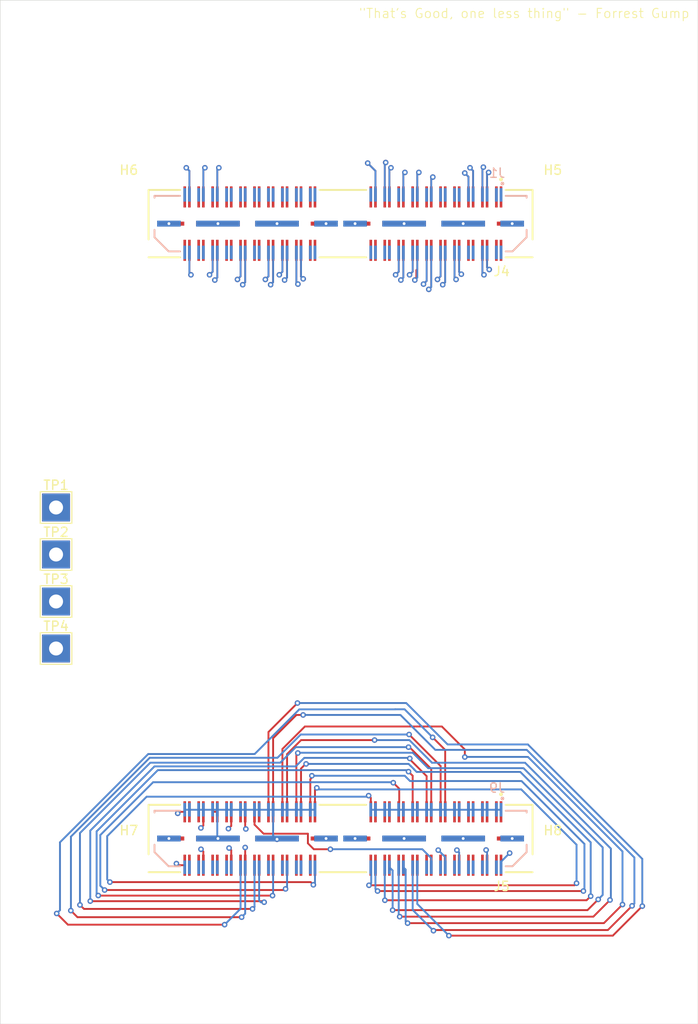
<source format=kicad_pcb>
(kicad_pcb (version 20241229) (generator "pcbnew") (generator_version "9.0")
  (layers (0 "F.Cu" signal) (4 "In1.Cu" signal) (6 "In2.Cu" signal) (2 "B.Cu" signal) (13 "F.Paste" user) (15 "B.Paste" user) (5 "F.SilkS" user "F.Silkscreen") (7 "B.SilkS" user "B.Silkscreen") (1 "F.Mask" user) (3 "B.Mask" user) (25 "Edge.Cuts" user))
  (net 0 "")
  (net 1 "P5_ReadClk")
  (net 4 "POCI")
  (net 5 "ADC6_Out+")
  (net 6 "SPIclk")
  (net 7 "ADC4_Out+")
  (net 8 "P5_rst")
  (net 10 "ADC3_Out-")
  (net 14 "Psec5TriggerIn")
  (net 15 "Psec5TriggerOut")
  (net 17 "READBIAS1")
  (net 18 "ADC8_Out+")
  (net 19 "WBUFBIAS")
  (net 20 "Disc_Thresh4")
  (net 21 "Disc_Thresh8")
  (net 23 "ADC7_Out-")
  (net 24 "ADC7_Out+")
  (net 25 "ADC2_Out-")
  (net 27 "ADC5_Out-")
  (net 30 "Disc_Thresh2")
  (net 38 "ADC1_Out+")
  (net 39 "Disc_Thresh7")
  (net 42 "ADC6_Out-")
  (net 44 "ADC5_Out+")
  (net 45 "ADC8_Out-")
  (net 46 "DISCBIAS")
  (net 48 "Disc_Thresh3")
  (net 52 "ADC1_Out-")
  (net 54 "READBIAS2")
  (net 56 "ADC2_Out+")
  (net 57 "ADC3_Out+")
  (net 58 "Disc_Thresh1")
  (net 59 "PICO")
  (net 60 "ADC4_Out-")
  (net 62 "Disc_Thresh6")
  (net 63 "PSEC5_CLK_OUT")
  (net 64 "Disc_Thresh5")
  (net 98 "3V3_DUT")
  (net 100 "V_ped6")
  (net 101 "2V5_DUT")
  (net 105 "1V8_DUT")
  (net 107 "V_ped7")
  (net 115 "ADC_CNV")
  (net 120 "1V2_DUT")
  (net 123 "V_ped3")
  (net 124 "V_ped8")
  (net 125 "CLK_OUT")
  (net 127 "V_ped5")
  (net 135 "ADC_SDI")
  (net 139 "ADC_SCK")
  (net 145 "DAC_SCLK")
  (net 148 "V_ped4")
  (net 151 "SYNC_N")
  (net 152 "DAC_V_IN")
  (net 154 "ADC_SDO")
  (net 155 "V_ped1")
  (net 178 "GND")
  (net 207 "V_ped2")
  (footprint "QSH-040-01-X-D-DP-A:SAMTEC_QSH-040-01-X-D-DP-A" (layer "F.Cu") (at 146.5834 115.065 180)
    (property "Reference" "J5")
    (property "Value" "QSH-040-01-X-D-DP-A")
  )
  (footprint "TestPoint:TestPoint_THTPad_3.0x3.0mm_Drill1.5mm" (layer "F.Cu") (at 116 89.6)
    (property "Reference" "TP3")
    (property "Value" "2.5V")
  )
  (footprint "MountingHole:MountingHole_2.1mm" (layer "F.Cu") (at 169.4 46.45)
    (property "Reference" "H5")
    (property "Value" "MountingHole")
  )
  (footprint "MountingHole:MountingHole_2.1mm" (layer "F.Cu") (at 169.4 117.4)
    (property "Reference" "H8")
    (property "Value" "MountingHole")
  )
  (footprint "MountingHole:MountingHole_2.1mm" (layer "F.Cu") (at 123.825 117.4)
    (property "Reference" "H7")
    (property "Value" "MountingHole")
  )
  (footprint "TestPoint:TestPoint_THTPad_3.0x3.0mm_Drill1.5mm" (layer "F.Cu") (at 116 94.65)
    (property "Reference" "TP4")
    (property "Value" "3.3V")
  )
  (footprint "TestPoint:TestPoint_THTPad_3.0x3.0mm_Drill1.5mm" (layer "F.Cu") (at 116 84.55)
    (property "Reference" "TP2")
    (property "Value" "1.8V")
  )
  (footprint "TestPoint:TestPoint_THTPad_3.0x3.0mm_Drill1.5mm" (layer "F.Cu") (at 116 79.5)
    (property "Reference" "TP1")
    (property "Value" "1.2V")
  )
  (footprint "QSH-040-01-X-D-DP-A:SAMTEC_QSH-040-01-X-D-DP-A" (layer "F.Cu") (at 146.5834 49.002139 180)
    (property "Reference" "J4")
    (property "Value" "QSH-040-01-X-D-DP-A")
  )
  (footprint "MountingHole:MountingHole_2.1mm" (layer "F.Cu") (at 123.825 46.45)
    (property "Reference" "H6")
    (property "Value" "MountingHole")
  )
  (footprint "QTH-040-01-X-D-DP-A:SAMTEC_QTH-040-01-X-D-DP-A" (layer "B.Cu") (at 146.5834 115.065 180)
    (property "Reference" "J9")
    (property "Value" "QTH-040-01-X-D-DP-A")
  )
  (footprint "QTH-040-01-X-D-DP-A:SAMTEC_QTH-040-01-X-D-DP-A" (layer "B.Cu") (at 146.5834 49.002139 180)
    (property "Reference" "J1")
    (property "Value" "QTH-040-01-X-D-DP-A")
  )
  (gr_rect (start 110 25) (end 185 135) (stroke (width 0.05)) (fill no) (layer "Edge.Cuts"))
  (gr_text "{dblquote}That's Good, one less thing{dblquote} - Forrest Gump" (at 148.5 27 0) (layer "F.SilkS") (effects (font (size 1 1) (thickness 0.1)) (justify left bottom)))
  (segment (start 140.3334 54.1666) (end 140 54.5) (width 0.2) (layer "F.Cu") (net 1))
  (segment (start 140.3334 51.872139) (end 140.3334 54.1666) (width 0.2) (layer "F.Cu") (net 1))
  (via (at 140 54.5) (size 0.6) (drill 0.3) (layers "F.Cu" "B.Cu") (net 1))
  (segment (start 140 54.5) (end 140.3334 54.1666) (width 0.2) (layer "B.Cu") (net 1))
  (segment (start 140.3334 54.1666) (end 140.3334 52.092139) (width 0.2) (layer "B.Cu") (net 1))
  (segment (start 154.8334 53.9015) (end 154.8334 51.872139) (width 0.2) (layer "F.Cu") (net 4))
  (segment (start 154.565687 55.065687) (end 154.7344 54.896974) (width 0.2) (layer "F.Cu") (net 4))
  (segment (start 154.7344 54.0005) (end 154.8334 53.9015) (width 0.2) (layer "F.Cu") (net 4))
  (segment (start 154.7344 54.896974) (end 154.7344 54.0005) (width 0.2) (layer "F.Cu") (net 4))
  (via (at 154.565687 55.065687) (size 0.6) (drill 0.3) (layers "F.Cu" "B.Cu") (net 4))
  (segment (start 154.8334 54.797974) (end 154.565687 55.065687) (width 0.2) (layer "B.Cu") (net 4))
  (segment (start 154.8334 52.092139) (end 154.8334 54.797974) (width 0.2) (layer "B.Cu") (net 4))
  (segment (start 139.3334 51.872139) (end 139.3334 55.297974) (width 0.2) (layer "F.Cu") (net 5))
  (segment (start 139.3334 55.297974) (end 139.065687 55.565687) (width 0.2) (layer "F.Cu") (net 5))
  (via (at 139.065687 55.565687) (size 0.6) (drill 0.3) (layers "F.Cu" "B.Cu") (net 5))
  (segment (start 139.3334 55.297974) (end 139.3334 52.092139) (width 0.2) (layer "B.Cu") (net 5))
  (segment (start 139.065687 55.565687) (end 139.3334 55.297974) (width 0.2) (layer "B.Cu") (net 5))
  (segment (start 157.8334 55.297974) (end 157.8334 51.872139) (width 0.2) (layer "F.Cu") (net 6))
  (segment (start 157.565687 55.565687) (end 157.8334 55.297974) (width 0.2) (layer "F.Cu") (net 6))
  (via (at 157.565687 55.565687) (size 0.6) (drill 0.3) (layers "F.Cu" "B.Cu") (net 6))
  (segment (start 157.8334 52.092139) (end 157.8334 55.297974) (width 0.2) (layer "B.Cu") (net 6))
  (segment (start 157.8334 55.297974) (end 157.565687 55.565687) (width 0.2) (layer "B.Cu") (net 6))
  (segment (start 153.065687 55.065687) (end 153.3334 54.797974) (width 0.2) (layer "F.Cu") (net 7))
  (segment (start 153.3334 54.797974) (end 153.3334 51.872139) (width 0.2) (layer "F.Cu") (net 7))
  (via (at 153.065687 55.065687) (size 0.6) (drill 0.3) (layers "F.Cu" "B.Cu") (net 7))
  (segment (start 153.3334 52.092139) (end 153.3334 54.797974) (width 0.2) (layer "B.Cu") (net 7))
  (segment (start 153.3334 54.797974) (end 153.065687 55.065687) (width 0.2) (layer "B.Cu") (net 7))
  (segment (start 157 55) (end 157.3334 54.6666) (width 0.2) (layer "F.Cu") (net 8))
  (segment (start 157.3334 54.6666) (end 157.3334 51.872139) (width 0.2) (layer "F.Cu") (net 8))
  (via (at 157 55) (size 0.6) (drill 0.3) (layers "F.Cu" "B.Cu") (net 8))
  (segment (start 157.3334 54.6666) (end 157 55) (width 0.2) (layer "B.Cu") (net 8))
  (segment (start 157.3334 52.092139) (end 157.3334 54.6666) (width 0.2) (layer "B.Cu") (net 8))
  (segment (start 155.5 55.5) (end 155.8334 55.1666) (width 0.2) (layer "F.Cu") (net 10))
  (segment (start 155.8334 55.1666) (end 155.8334 51.872139) (width 0.2) (layer "F.Cu") (net 10))
  (via (at 155.5 55.5) (size 0.6) (drill 0.3) (layers "F.Cu" "B.Cu") (net 10))
  (segment (start 155.8334 52.092139) (end 155.8334 55.1666) (width 0.2) (layer "B.Cu") (net 10))
  (segment (start 155.8334 55.1666) (end 155.5 55.5) (width 0.2) (layer "B.Cu") (net 10))
  (segment (start 130.3334 54.3334) (end 130.5 54.5) (width 0.2) (layer "F.Cu") (net 14))
  (segment (start 130.3334 51.872139) (end 130.3334 54.3334) (width 0.2) (layer "F.Cu") (net 14))
  (via (at 130.5 54.5) (size 0.6) (drill 0.3) (layers "F.Cu" "B.Cu") (net 14))
  (segment (start 130.3334 54.3334) (end 130.3334 52.092139) (width 0.2) (layer "B.Cu") (net 14))
  (segment (start 130.5 54.5) (end 130.3334 54.3334) (width 0.2) (layer "B.Cu") (net 14))
  (segment (start 140.565687 55.065687) (end 140.8334 54.797974) (width 0.2) (layer "F.Cu") (net 15))
  (segment (start 140.8334 54.797974) (end 140.8334 51.872139) (width 0.2) (layer "F.Cu") (net 15))
  (via (at 140.565687 55.065687) (size 0.6) (drill 0.3) (layers "F.Cu" "B.Cu") (net 15))
  (segment (start 140.8334 54.797974) (end 140.565687 55.065687) (width 0.2) (layer "B.Cu") (net 15))
  (segment (start 140.8334 52.092139) (end 140.8334 54.797974) (width 0.2) (layer "B.Cu") (net 15))
  (segment (start 161.934313 42.934313) (end 161.8334 43.035226) (width 0.2) (layer "F.Cu") (net 17))
  (segment (start 161.8334 43.035226) (end 161.8334 46.132139) (width 0.2) (layer "F.Cu") (net 17))
  (via (at 161.934313 42.934313) (size 0.6) (drill 0.3) (layers "F.Cu" "B.Cu") (net 17))
  (segment (start 161.8334 43.035226) (end 161.934313 42.934313) (width 0.2) (layer "B.Cu") (net 17))
  (segment (start 161.8334 45.912139) (end 161.8334 43.035226) (width 0.2) (layer "B.Cu") (net 17))
  (segment (start 133.3334 54.797974) (end 133.065687 55.065687) (width 0.2) (layer "F.Cu") (net 18))
  (segment (start 133.3334 51.872139) (end 133.3334 54.797974) (width 0.2) (layer "F.Cu") (net 18))
  (via (at 133.065687 55.065687) (size 0.6) (drill 0.3) (layers "F.Cu" "B.Cu") (net 18))
  (segment (start 133.065687 55.065687) (end 133.3334 54.797974) (width 0.2) (layer "B.Cu") (net 18))
  (segment (start 133.3334 54.797974) (end 133.3334 52.092139) (width 0.2) (layer "B.Cu") (net 18))
  (segment (start 160.3334 43.964774) (end 160.3334 46.132139) (width 0.2) (layer "F.Cu") (net 19))
  (segment (start 159.934313 43.565687) (end 160.3334 43.964774) (width 0.2) (layer "F.Cu") (net 19))
  (via (at 159.934313 43.565687) (size 0.6) (drill 0.3) (layers "F.Cu" "B.Cu") (net 19))
  (segment (start 160.3334 43.964774) (end 159.934313 43.565687) (width 0.2) (layer "B.Cu") (net 19))
  (segment (start 160.3334 45.912139) (end 160.3334 43.964774) (width 0.2) (layer "B.Cu") (net 19))
  (segment (start 152 43) (end 151.8334 43.1666) (width 0.2) (layer "F.Cu") (net 20))
  (segment (start 151.8334 43.1666) (end 151.8334 46.132139) (width 0.2) (layer "F.Cu") (net 20))
  (via (at 152 43) (size 0.6) (drill 0.3) (layers "F.Cu" "B.Cu") (net 20))
  (segment (start 151.8334 45.912139) (end 151.8334 43.1666) (width 0.2) (layer "B.Cu") (net 20))
  (segment (start 151.8334 43.1666) (end 152 43) (width 0.2) (layer "B.Cu") (net 20))
  (segment (start 130.3334 43.3334) (end 130.3334 46.132139) (width 0.2) (layer "F.Cu") (net 21))
  (segment (start 130 43) (end 130.3334 43.3334) (width 0.2) (layer "F.Cu") (net 21))
  (via (at 130 43) (size 0.6) (drill 0.3) (layers "F.Cu" "B.Cu") (net 21))
  (segment (start 130.3334 45.912139) (end 130.3334 43.3334) (width 0.2) (layer "B.Cu") (net 21))
  (segment (start 130.3334 43.3334) (end 130 43) (width 0.2) (layer "B.Cu") (net 21))
  (segment (start 135.8334 54.6666) (end 135.5 55) (width 0.2) (layer "F.Cu") (net 23))
  (segment (start 135.8334 51.872139) (end 135.8334 54.6666) (width 0.2) (layer "F.Cu") (net 23))
  (via (at 135.5 55) (size 0.6) (drill 0.3) (layers "F.Cu" "B.Cu") (net 23))
  (segment (start 135.5 55) (end 135.8334 54.6666) (width 0.2) (layer "B.Cu") (net 23))
  (segment (start 135.8334 54.6666) (end 135.8334 52.092139) (width 0.2) (layer "B.Cu") (net 23))
  (segment (start 136.3334 51.872139) (end 136.3334 55.297974) (width 0.2) (layer "F.Cu") (net 24))
  (segment (start 136.3334 55.297974) (end 136.065687 55.565687) (width 0.2) (layer "F.Cu") (net 24))
  (via (at 136.065687 55.565687) (size 0.6) (drill 0.3) (layers "F.Cu" "B.Cu") (net 24))
  (segment (start 136.3334 55.297974) (end 136.3334 52.092139) (width 0.2) (layer "B.Cu") (net 24))
  (segment (start 136.065687 55.565687) (end 136.3334 55.297974) (width 0.2) (layer "B.Cu") (net 24))
  (segment (start 158.8334 54.8334) (end 159 55) (width 0.2) (layer "F.Cu") (net 25))
  (segment (start 158.8334 51.872139) (end 158.8334 54.8334) (width 0.2) (layer "F.Cu") (net 25))
  (via (at 159 55) (size 0.6) (drill 0.3) (layers "F.Cu" "B.Cu") (net 25))
  (segment (start 159 55) (end 158.8334 54.8334) (width 0.2) (layer "B.Cu") (net 25))
  (segment (start 158.8334 54.8334) (end 158.8334 52.092139) (width 0.2) (layer "B.Cu") (net 25))
  (segment (start 142 55.5) (end 141.8334 55.3334) (width 0.2) (layer "F.Cu") (net 27))
  (segment (start 141.8334 55.3334) (end 141.8334 51.872139) (width 0.2) (layer "F.Cu") (net 27))
  (via (at 142 55.5) (size 0.6) (drill 0.3) (layers "F.Cu" "B.Cu") (net 27))
  (segment (start 141.8334 55.3334) (end 142 55.5) (width 0.2) (layer "B.Cu") (net 27))
  (segment (start 141.8334 52.092139) (end 141.8334 55.3334) (width 0.2) (layer "B.Cu") (net 27))
  (segment (start 154.8334 43.6666) (end 154.8334 46.132139) (width 0.2) (layer "F.Cu") (net 30))
  (segment (start 155 43.5) (end 154.8334 43.6666) (width 0.2) (layer "F.Cu") (net 30))
  (via (at 155 43.5) (size 0.6) (drill 0.3) (layers "F.Cu" "B.Cu") (net 30))
  (segment (start 154.8334 43.6666) (end 155 43.5) (width 0.2) (layer "B.Cu") (net 30))
  (segment (start 154.8334 45.912139) (end 154.8334 43.6666) (width 0.2) (layer "B.Cu") (net 30))
  (segment (start 162.565687 53.934313) (end 162.3334 53.702026) (width 0.2) (layer "F.Cu") (net 38))
  (segment (start 162.3334 53.702026) (end 162.3334 51.872139) (width 0.2) (layer "F.Cu") (net 38))
  (via (at 162.565687 53.934313) (size 0.6) (drill 0.3) (layers "F.Cu" "B.Cu") (net 38))
  (segment (start 162.3334 53.702026) (end 162.565687 53.934313) (width 0.2) (layer "B.Cu") (net 38))
  (segment (start 162.3334 52.092139) (end 162.3334 53.702026) (width 0.2) (layer "B.Cu") (net 38))
  (segment (start 132 43) (end 131.8334 43.1666) (width 0.2) (layer "F.Cu") (net 39))
  (segment (start 131.8334 43.1666) (end 131.8334 46.132139) (width 0.2) (layer "F.Cu") (net 39))
  (via (at 132 43) (size 0.6) (drill 0.3) (layers "F.Cu" "B.Cu") (net 39))
  (segment (start 131.8334 43.1666) (end 132 43) (width 0.2) (layer "B.Cu") (net 39))
  (segment (start 131.8334 45.912139) (end 131.8334 43.1666) (width 0.2) (layer "B.Cu") (net 39))
  (segment (start 138.8334 54.6666) (end 138.5 55) (width 0.2) (layer "F.Cu") (net 42))
  (segment (start 138.8334 51.872139) (end 138.8334 54.6666) (width 0.2) (layer "F.Cu") (net 42))
  (via (at 138.5 55) (size 0.6) (drill 0.3) (layers "F.Cu" "B.Cu") (net 42))
  (segment (start 138.8334 54.6666) (end 138.8334 52.092139) (width 0.2) (layer "B.Cu") (net 42))
  (segment (start 138.5 55) (end 138.8334 54.6666) (width 0.2) (layer "B.Cu") (net 42))
  (segment (start 142.3334 54.702026) (end 142.3334 51.872139) (width 0.2) (layer "F.Cu") (net 44))
  (segment (start 142.565687 54.934313) (end 142.3334 54.702026) (width 0.2) (layer "F.Cu") (net 44))
  (via (at 142.565687 54.934313) (size 0.6) (drill 0.3) (layers "F.Cu" "B.Cu") (net 44))
  (segment (start 142.3334 52.092139) (end 142.3334 54.702026) (width 0.2) (layer "B.Cu") (net 44))
  (segment (start 142.3334 54.702026) (end 142.565687 54.934313) (width 0.2) (layer "B.Cu") (net 44))
  (segment (start 132.8334 54.1666) (end 132.5 54.5) (width 0.2) (layer "F.Cu") (net 45))
  (segment (start 132.8334 51.872139) (end 132.8334 54.1666) (width 0.2) (layer "F.Cu") (net 45))
  (via (at 132.5 54.5) (size 0.6) (drill 0.3) (layers "F.Cu" "B.Cu") (net 45))
  (segment (start 132.5 54.5) (end 132.8334 54.1666) (width 0.2) (layer "B.Cu") (net 45))
  (segment (start 132.8334 54.1666) (end 132.8334 52.092139) (width 0.2) (layer "B.Cu") (net 45))
  (segment (start 160.8334 43.3334) (end 160.8334 46.132139) (width 0.2) (layer "F.Cu") (net 46))
  (segment (start 160.5 43) (end 160.8334 43.3334) (width 0.2) (layer "F.Cu") (net 46))
  (via (at 160.5 43) (size 0.6) (drill 0.3) (layers "F.Cu" "B.Cu") (net 46))
  (segment (start 160.8334 43.3334) (end 160.5 43) (width 0.2) (layer "B.Cu") (net 46))
  (segment (start 160.8334 45.912139) (end 160.8334 43.3334) (width 0.2) (layer "B.Cu") (net 46))
  (segment (start 153.5 43.5) (end 153.3334 43.6666) (width 0.2) (layer "F.Cu") (net 48))
  (segment (start 153.3334 43.6666) (end 153.3334 46.132139) (width 0.2) (layer "F.Cu") (net 48))
  (via (at 153.5 43.5) (size 0.6) (drill 0.3) (layers "F.Cu" "B.Cu") (net 48))
  (segment (start 153.3334 45.912139) (end 153.3334 43.6666) (width 0.2) (layer "B.Cu") (net 48))
  (segment (start 153.3334 43.6666) (end 153.5 43.5) (width 0.2) (layer "B.Cu") (net 48))
  (segment (start 161.8334 54.3334) (end 161.8334 51.872139) (width 0.2) (layer "F.Cu") (net 52))
  (segment (start 162 54.5) (end 161.8334 54.3334) (width 0.2) (layer "F.Cu") (net 52))
  (via (at 162 54.5) (size 0.6) (drill 0.3) (layers "F.Cu" "B.Cu") (net 52))
  (segment (start 161.8334 54.3334) (end 162 54.5) (width 0.2) (layer "B.Cu") (net 52))
  (segment (start 161.8334 52.092139) (end 161.8334 54.3334) (width 0.2) (layer "B.Cu") (net 52))
  (segment (start 162.3334 43.6666) (end 162.3334 46.132139) (width 0.2) (layer "F.Cu") (net 54))
  (segment (start 162.5 43.5) (end 162.3334 43.6666) (width 0.2) (layer "F.Cu") (net 54))
  (via (at 162.5 43.5) (size 0.6) (drill 0.3) (layers "F.Cu" "B.Cu") (net 54))
  (segment (start 162.3334 43.6666) (end 162.5 43.5) (width 0.2) (layer "B.Cu") (net 54))
  (segment (start 162.3334 45.912139) (end 162.3334 43.6666) (width 0.2) (layer "B.Cu") (net 54))
  (segment (start 159.3334 54.202026) (end 159.3334 51.872139) (width 0.2) (layer "F.Cu") (net 56))
  (segment (start 159.565687 54.434313) (end 159.3334 54.202026) (width 0.2) (layer "F.Cu") (net 56))
  (via (at 159.565687 54.434313) (size 0.6) (drill 0.3) (layers "F.Cu" "B.Cu") (net 56))
  (segment (start 159.3334 54.202026) (end 159.565687 54.434313) (width 0.2) (layer "B.Cu") (net 56))
  (segment (start 159.3334 52.092139) (end 159.3334 54.202026) (width 0.2) (layer "B.Cu") (net 56))
  (segment (start 156.3334 55.797974) (end 156.3334 51.872139) (width 0.2) (layer "F.Cu") (net 57))
  (segment (start 156.065687 56.065687) (end 156.3334 55.797974) (width 0.2) (layer "F.Cu") (net 57))
  (via (at 156.065687 56.065687) (size 0.6) (drill 0.3) (layers "F.Cu" "B.Cu") (net 57))
  (segment (start 156.3334 55.797974) (end 156.065687 56.065687) (width 0.2) (layer "B.Cu") (net 57))
  (segment (start 156.3334 52.092139) (end 156.3334 55.797974) (width 0.2) (layer "B.Cu") (net 57))
  (segment (start 156.5 44) (end 156.3334 44.1666) (width 0.2) (layer "F.Cu") (net 58))
  (segment (start 156.3334 44.1666) (end 156.3334 46.132139) (width 0.2) (layer "F.Cu") (net 58))
  (via (at 156.5 44) (size 0.6) (drill 0.3) (layers "F.Cu" "B.Cu") (net 58))
  (segment (start 156.3334 45.912139) (end 156.3334 44.1666) (width 0.2) (layer "B.Cu") (net 58))
  (segment (start 156.3334 44.1666) (end 156.5 44) (width 0.2) (layer "B.Cu") (net 58))
  (segment (start 154.3334 54.1666) (end 154.3334 51.872139) (width 0.2) (layer "F.Cu") (net 59))
  (segment (start 154 54.5) (end 154.3334 54.1666) (width 0.2) (layer "F.Cu") (net 59))
  (via (at 154 54.5) (size 0.6) (drill 0.3) (layers "F.Cu" "B.Cu") (net 59))
  (segment (start 154.3334 54.1666) (end 154 54.5) (width 0.2) (layer "B.Cu") (net 59))
  (segment (start 154.3334 52.092139) (end 154.3334 54.1666) (width 0.2) (layer "B.Cu") (net 59))
  (segment (start 152.5 54.5) (end 152.8334 54.1666) (width 0.2) (layer "F.Cu") (net 60))
  (segment (start 152.8334 54.1666) (end 152.8334 51.872139) (width 0.2) (layer "F.Cu") (net 60))
  (via (at 152.5 54.5) (size 0.6) (drill 0.3) (layers "F.Cu" "B.Cu") (net 60))
  (segment (start 152.8334 52.092139) (end 152.8334 54.1666) (width 0.2) (layer "B.Cu") (net 60))
  (segment (start 152.8334 54.1666) (end 152.5 54.5) (width 0.2) (layer "B.Cu") (net 60))
  (segment (start 133.5 43) (end 133.3334 43.1666) (width 0.2) (layer "F.Cu") (net 62))
  (segment (start 133.3334 43.1666) (end 133.3334 46.132139) (width 0.2) (layer "F.Cu") (net 62))
  (via (at 133.5 43) (size 0.6) (drill 0.3) (layers "F.Cu" "B.Cu") (net 62))
  (segment (start 133.3334 43.1666) (end 133.5 43) (width 0.2) (layer "B.Cu") (net 62))
  (segment (start 133.3334 45.912139) (end 133.3334 43.1666) (width 0.2) (layer "B.Cu") (net 62))
  (segment (start 151.434313 42.434313) (end 151.3334 42.535226) (width 0.2) (layer "F.Cu") (net 63))
  (segment (start 151.3334 42.535226) (end 151.3334 46.132139) (width 0.2) (layer "F.Cu") (net 63))
  (via (at 151.434313 42.434313) (size 0.6) (drill 0.3) (layers "F.Cu" "B.Cu") (net 63))
  (segment (start 151.3334 42.535226) (end 151.434313 42.434313) (width 0.2) (layer "B.Cu") (net 63))
  (segment (start 151.3334 45.912139) (end 151.3334 42.535226) (width 0.2) (layer "B.Cu") (net 63))
  (segment (start 150.3334 43.3334) (end 150.3334 46.132139) (width 0.2) (layer "F.Cu") (net 64))
  (segment (start 149.5 42.5) (end 150.3334 43.3334) (width 0.2) (layer "F.Cu") (net 64))
  (via (at 149.5 42.5) (size 0.6) (drill 0.3) (layers "F.Cu" "B.Cu") (net 64))
  (segment (start 150.3334 45.912139) (end 150.3334 43.3334) (width 0.2) (layer "B.Cu") (net 64))
  (segment (start 150.3334 43.3334) (end 149.5 42.5) (width 0.2) (layer "B.Cu") (net 64))
  (segment (start 131.8334 112.195) (end 131.8334 113.6666) (width 0.2) (layer "F.Cu") (net 98))
  (segment (start 131.8334 113.6666) (end 131.57 113.93) (width 0.2) (layer "F.Cu") (net 98))
  (segment (start 131.8334 117.935) (end 131.8334 116.4734) (width 0.2) (layer "F.Cu") (net 98))
  (segment (start 131.8334 116.4734) (end 131.58 116.22) (width 0.2) (layer "F.Cu") (net 98))
  (via (at 131.57 113.93) (size 0.6) (drill 0.3) (layers "F.Cu" "B.Cu") (net 98))
  (via (at 131.58 116.22) (size 0.6) (drill 0.3) (layers "F.Cu" "B.Cu") (net 98))
  (via (at 162.23 116.3) (size 0.6) (drill 0.3) (layers "F.Cu" "B.Cu") (net 98))
  (segment (start 162.3334 118.155) (end 162.3334 116.4034) (width 0.2) (layer "B.Cu") (net 98))
  (segment (start 162.3334 116.4034) (end 162.23 116.3) (width 0.2) (layer "B.Cu") (net 98))
  (segment (start 157.47 103.03) (end 159.94 105.5) (width 0.2) (layer "F.Cu") (net 100))
  (segment (start 174.89 124.16) (end 176.89 122.16) (width 0.2) (layer "F.Cu") (net 100))
  (segment (start 140.3334 112.195) (end 140.3334 105.4466) (width 0.2) (layer "F.Cu") (net 100))
  (segment (start 153.79 124.16) (end 174.89 124.16) (width 0.2) (layer "F.Cu") (net 100))
  (segment (start 142.75 103.03) (end 157.47 103.03) (width 0.2) (layer "F.Cu") (net 100))
  (segment (start 140.3334 105.4466) (end 142.75 103.03) (width 0.2) (layer "F.Cu") (net 100))
  (segment (start 159.94 105.5) (end 159.94 106.31) (width 0.2) (layer "F.Cu") (net 100))
  (via (at 176.89 122.16) (size 0.6) (drill 0.3) (layers "F.Cu" "B.Cu") (net 100))
  (via (at 159.94 106.31) (size 0.6) (drill 0.3) (layers "F.Cu" "B.Cu") (net 100))
  (via (at 153.79 124.16) (size 0.6) (drill 0.3) (layers "F.Cu" "B.Cu") (net 100))
  (segment (start 153.3334 118.155) (end 153.58 118.4016) (width 0.2) (layer "B.Cu") (net 100))
  (segment (start 153.58 123.95) (end 153.79 124.16) (width 0.2) (layer "B.Cu") (net 100))
  (segment (start 159.94 106.31) (end 159.951 106.299) (width 0.2) (layer "B.Cu") (net 100))
  (segment (start 176.89 116.46) (end 176.89 122.16) (width 0.2) (layer "B.Cu") (net 100))
  (segment (start 159.951 106.299) (end 166.729 106.299) (width 0.2) (layer "B.Cu") (net 100))
  (segment (start 153.58 118.4016) (end 153.58 123.95) (width 0.2) (layer "B.Cu") (net 100))
  (segment (start 166.729 106.299) (end 176.89 116.46) (width 0.2) (layer "B.Cu") (net 100))
  (segment (start 136.3334 116.0334) (end 136.33 116.03) (width 0.2) (layer "F.Cu") (net 101))
  (segment (start 136.3334 112.195) (end 136.3334 113.9734) (width 0.2) (layer "F.Cu") (net 101))
  (segment (start 136.3334 113.9734) (end 136.4 114.04) (width 0.2) (layer "F.Cu") (net 101))
  (segment (start 136.3334 117.935) (end 136.3334 116.0334) (width 0.2) (layer "F.Cu") (net 101))
  (via (at 157.083745 116.312171) (size 0.6) (drill 0.3) (layers "F.Cu" "B.Cu") (net 101))
  (via (at 136.33 116.03) (size 0.6) (drill 0.3) (layers "F.Cu" "B.Cu") (net 101))
  (via (at 136.4 114.04) (size 0.6) (drill 0.3) (layers "F.Cu" "B.Cu") (net 101))
  (segment (start 157.8334 118.155) (end 157.8334 117.061826) (width 0.2) (layer "B.Cu") (net 101))
  (segment (start 157.8334 117.061826) (end 157.083745 116.312171) (width 0.2) (layer "B.Cu") (net 101))
  (segment (start 134.8334 116.3234) (end 134.6 116.09) (width 0.2) (layer "F.Cu") (net 105))
  (segment (start 134.8334 112.195) (end 134.8334 113.7066) (width 0.2) (layer "F.Cu") (net 105))
  (segment (start 134.8334 117.935) (end 134.8334 116.3234) (width 0.2) (layer "F.Cu") (net 105))
  (segment (start 134.8334 113.7066) (end 134.53 114.01) (width 0.2) (layer "F.Cu") (net 105))
  (via (at 134.6 116.09) (size 0.6) (drill 0.3) (layers "F.Cu" "B.Cu") (net 105))
  (via (at 134.53 114.01) (size 0.6) (drill 0.3) (layers "F.Cu" "B.Cu") (net 105))
  (via (at 159.089577 116.310896) (size 0.6) (drill 0.3) (layers "F.Cu" "B.Cu") (net 105))
  (segment (start 159.3334 116.554719) (end 159.089577 116.310896) (width 0.2) (layer "B.Cu") (net 105))
  (segment (start 159.3334 118.155) (end 159.3334 116.554719) (width 0.2) (layer "B.Cu") (net 105))
  (segment (start 156.641 124.899) (end 175.321 124.899) (width 0.2) (layer "F.Cu") (net 107))
  (segment (start 175.321 124.899) (end 177.92 122.3) (width 0.2) (layer "F.Cu") (net 107))
  (segment (start 156.57 124.97) (end 156.641 124.899) (width 0.2) (layer "F.Cu") (net 107))
  (segment (start 139.3334 104.2966) (end 139.3334 112.195) (width 0.2) (layer "F.Cu") (net 107))
  (segment (start 141.84 101.79) (end 139.3334 104.2966) (width 0.2) (layer "F.Cu") (net 107))
  (segment (start 142.56 101.79) (end 141.84 101.79) (width 0.2) (layer "F.Cu") (net 107))
  (via (at 142.56 101.79) (size 0.6) (drill 0.3) (layers "F.Cu" "B.Cu") (net 107))
  (via (at 156.57 124.97) (size 0.6) (drill 0.3) (layers "F.Cu" "B.Cu") (net 107))
  (via (at 177.92 122.3) (size 0.6) (drill 0.3) (layers "F.Cu" "B.Cu") (net 107))
  (segment (start 166.6 105.54) (end 178.17 117.11) (width 0.2) (layer "B.Cu") (net 107))
  (segment (start 154.3334 122.7334) (end 156.57 124.97) (width 0.2) (layer "B.Cu") (net 107))
  (segment (start 156.77 105.54) (end 166.6 105.54) (width 0.2) (layer "B.Cu") (net 107))
  (segment (start 178.17 117.11) (end 178.17 122.05) (width 0.2) (layer "B.Cu") (net 107))
  (segment (start 142.56 101.79) (end 153.02 101.79) (width 0.2) (layer "B.Cu") (net 107))
  (segment (start 154.3334 118.155) (end 154.3334 122.7334) (width 0.2) (layer "B.Cu") (net 107))
  (segment (start 153.02 101.79) (end 156.77 105.54) (width 0.2) (layer "B.Cu") (net 107))
  (segment (start 178.17 122.05) (end 177.92 122.3) (width 0.2) (layer "B.Cu") (net 107))
  (segment (start 121.22 120.6) (end 140.55 120.6) (width 0.2) (layer "F.Cu") (net 115))
  (segment (start 140.55 120.6) (end 140.67 120.48) (width 0.2) (layer "F.Cu") (net 115))
  (segment (start 152.8924 109.7124) (end 152.25 109.07) (width 0.2) (layer "F.Cu") (net 115))
  (segment (start 152.8334 112.195) (end 152.8924 112.136) (width 0.2) (layer "F.Cu") (net 115))
  (segment (start 152.8924 112.136) (end 152.8924 109.7124) (width 0.2) (layer "F.Cu") (net 115))
  (via (at 152.25 109.07) (size 0.6) (drill 0.3) (layers "F.Cu" "B.Cu") (net 115))
  (via (at 121.22 120.6) (size 0.6) (drill 0.3) (layers "F.Cu" "B.Cu") (net 115))
  (via (at 140.67 120.48) (size 0.6) (drill 0.3) (layers "F.Cu" "B.Cu") (net 115))
  (segment (start 152.199 109.019) (end 126.431 109.019) (width 0.2) (layer "B.Cu") (net 115))
  (segment (start 140.8334 118.155) (end 140.8334 120.3166) (width 0.2) (layer "B.Cu") (net 115))
  (segment (start 140.8334 120.3166) (end 140.67 120.48) (width 0.2) (layer "B.Cu") (net 115))
  (segment (start 120.76 120.14) (end 121.22 120.6) (width 0.2) (layer "B.Cu") (net 115))
  (segment (start 152.25 109.07) (end 152.199 109.019) (width 0.2) (layer "B.Cu") (net 115))
  (segment (start 120.76 114.69) (end 120.76 120.14) (width 0.2) (layer "B.Cu") (net 115))
  (segment (start 126.431 109.019) (end 120.76 114.69) (width 0.2) (layer "B.Cu") (net 115))
  (segment (start 129.8334 117.935) (end 129.115 117.935) (width 0.2) (layer "F.Cu") (net 120))
  (segment (start 129.115 117.935) (end 128.94 117.76) (width 0.2) (layer "F.Cu") (net 120))
  (segment (start 129.245 112.195) (end 129.08 112.36) (width 0.2) (layer "F.Cu") (net 120))
  (segment (start 129.8334 112.195) (end 129.245 112.195) (width 0.2) (layer "F.Cu") (net 120))
  (via (at 129.08 112.36) (size 0.6) (drill 0.3) (layers "F.Cu" "B.Cu") (net 120))
  (via (at 164.76 116.63) (size 0.6) (drill 0.3) (layers "F.Cu" "B.Cu") (net 120))
  (via (at 128.94 117.76) (size 0.6) (drill 0.3) (layers "F.Cu" "B.Cu") (net 120))
  (segment (start 163.8334 118.155) (end 163.8334 117.5566) (width 0.2) (layer "B.Cu") (net 120))
  (segment (start 163.8334 117.5566) (end 164.76 116.63) (width 0.2) (layer "B.Cu") (net 120))
  (segment (start 142.83 107.05) (end 142.3334 107.5466) (width 0.2) (layer "F.Cu") (net 123))
  (segment (start 142.88 107.05) (end 142.83 107.05) (width 0.2) (layer "F.Cu") (net 123))
  (segment (start 142.3334 107.5466) (end 142.3334 112.195) (width 0.2) (layer "F.Cu") (net 123))
  (segment (start 173.03 121.7) (end 173.47 121.26) (width 0.2) (layer "F.Cu") (net 123))
  (segment (start 151.35 121.7) (end 173.03 121.7) (width 0.2) (layer "F.Cu") (net 123))
  (via (at 151.35 121.7) (size 0.6) (drill 0.3) (layers "F.Cu" "B.Cu") (net 123))
  (via (at 173.47 121.26) (size 0.6) (drill 0.3) (layers "F.Cu" "B.Cu") (net 123))
  (via (at 142.88 107.05) (size 0.6) (drill 0.3) (layers "F.Cu" "B.Cu") (net 123))
  (segment (start 153.9 107.05) (end 154.129 107.279) (width 0.2) (layer "B.Cu") (net 123))
  (segment (start 154.491 107.631057) (end 154.491 107.641) (width 0.2) (layer "B.Cu") (net 123))
  (segment (start 151.3334 121.6834) (end 151.35 121.7) (width 0.2) (layer "B.Cu") (net 123))
  (segment (start 165.9 107.91) (end 173.47 115.48) (width 0.2) (layer "B.Cu") (net 123))
  (segment (start 154.76 107.91) (end 165.9 107.91) (width 0.2) (layer "B.Cu") (net 123))
  (segment (start 154.138943 107.279) (end 154.491 107.631057) (width 0.2) (layer "B.Cu") (net 123))
  (segment (start 151.3334 118.155) (end 151.3334 121.6834) (width 0.2) (layer "B.Cu") (net 123))
  (segment (start 154.491 107.641) (end 154.76 107.91) (width 0.2) (layer "B.Cu") (net 123))
  (segment (start 154.129 107.279) (end 154.138943 107.279) (width 0.2) (layer "B.Cu") (net 123))
  (segment (start 142.88 107.05) (end 153.9 107.05) (width 0.2) (layer "B.Cu") (net 123))
  (segment (start 173.47 115.48) (end 173.47 121.26) (width 0.2) (layer "B.Cu") (net 123))
  (segment (start 158.23 125.5) (end 175.85 125.5) (width 0.2) (layer "F.Cu") (net 124))
  (segment (start 138.8334 103.6266) (end 138.8334 112.195) (width 0.2) (layer "F.Cu") (net 124))
  (segment (start 141.95 100.51) (end 138.8334 103.6266) (width 0.2) (layer "F.Cu") (net 124))
  (segment (start 175.85 125.5) (end 179.02 122.33) (width 0.2) (layer "F.Cu") (net 124))
  (via (at 179.02 122.33) (size 0.6) (drill 0.3) (layers "F.Cu" "B.Cu") (net 124))
  (via (at 141.95 100.51) (size 0.6) (drill 0.3) (layers "F.Cu" "B.Cu") (net 124))
  (via (at 158.23 125.5) (size 0.6) (drill 0.3) (layers "F.Cu" "B.Cu") (net 124))
  (segment (start 154.8334 118.155) (end 154.8334 122.1034) (width 0.2) (layer "B.Cu") (net 124))
  (segment (start 166.72 104.96) (end 179.02 117.26) (width 0.2) (layer "B.Cu") (net 124))
  (segment (start 179.02 117.26) (end 179.02 122.33) (width 0.2) (layer "B.Cu") (net 124))
  (segment (start 158.09 104.96) (end 166.72 104.96) (width 0.2) (layer "B.Cu") (net 124))
  (segment (start 141.95 100.51) (end 153.64 100.51) (width 0.2) (layer "B.Cu") (net 124))
  (segment (start 153.64 100.51) (end 158.09 104.96) (width 0.2) (layer "B.Cu") (net 124))
  (segment (start 154.8334 122.1034) (end 158.23 125.5) (width 0.2) (layer "B.Cu") (net 124))
  (segment (start 143.7114 116.22) (end 145.49 116.22) (width 0.2) (layer "F.Cu") (net 125))
  (segment (start 137.3334 112.195) (end 137.3334 113.572) (width 0.2) (layer "F.Cu") (net 125))
  (segment (start 138.3104 114.549) (end 143.0724 114.549) (width 0.2) (layer "F.Cu") (net 125))
  (segment (start 143.0724 115.581) (end 143.7114 116.22) (width 0.2) (layer "F.Cu") (net 125))
  (segment (start 143.0724 114.549) (end 143.0724 115.581) (width 0.2) (layer "F.Cu") (net 125))
  (segment (start 137.3334 113.572) (end 138.3104 114.549) (width 0.2) (layer "F.Cu") (net 125))
  (via (at 145.49 116.22) (size 0.6) (drill 0.3) (layers "F.Cu" "B.Cu") (net 125))
  (segment (start 145.49 116.22) (end 155.3754 116.22) (width 0.2) (layer "B.Cu") (net 125))
  (segment (start 156.3334 117.178) (end 156.3334 118.155) (width 0.2) (layer "B.Cu") (net 125))
  (segment (start 155.3754 116.22) (end 156.3334 117.178) (width 0.2) (layer "B.Cu") (net 125))
  (segment (start 152.94 123.46) (end 173.76 123.46) (width 0.2) (layer "F.Cu") (net 127))
  (segment (start 150.24 104.49) (end 142.34 104.49) (width 0.2) (layer "F.Cu") (net 127))
  (segment (start 173.76 123.46) (end 175.55 121.67) (width 0.2) (layer "F.Cu") (net 127))
  (segment (start 142.34 104.49) (end 140.8334 105.9966) (width 0.2) (layer "F.Cu") (net 127))
  (segment (start 140.8334 105.9966) (end 140.8334 112.195) (width 0.2) (layer "F.Cu") (net 127))
  (via (at 175.55 121.67) (size 0.6) (drill 0.3) (layers "F.Cu" "B.Cu") (net 127))
  (via (at 152.94 123.46) (size 0.6) (drill 0.3) (layers "F.Cu" "B.Cu") (net 127))
  (via (at 150.24 104.49) (size 0.6) (drill 0.3) (layers "F.Cu" "B.Cu") (net 127))
  (segment (start 156.4 106.92) (end 166.41 106.92) (width 0.2) (layer "B.Cu") (net 127))
  (segment (start 152.8334 118.155) (end 152.8334 123.3534) (width 0.2) (layer "B.Cu") (net 127))
  (segment (start 156.4 106.910057) (end 156.4 106.92) (width 0.2) (layer "B.Cu") (net 127))
  (segment (start 150.24 104.49) (end 153.979943 104.49) (width 0.2) (layer "B.Cu") (net 127))
  (segment (start 153.979943 104.49) (end 156.4 106.910057) (width 0.2) (layer "B.Cu") (net 127))
  (segment (start 175.64 121.58) (end 175.55 121.67) (width 0.2) (layer "B.Cu") (net 127))
  (segment (start 166.41 106.92) (end 175.64 116.15) (width 0.2) (layer "B.Cu") (net 127))
  (segment (start 175.64 116.15) (end 175.64 121.58) (width 0.2) (layer "B.Cu") (net 127))
  (segment (start 152.8334 123.3534) (end 152.94 123.46) (width 0.2) (layer "B.Cu") (net 127))
  (segment (start 153.99 105.25) (end 156.3334 107.5934) (width 0.2) (layer "F.Cu") (net 135))
  (segment (start 153.89 105.25) (end 153.99 105.25) (width 0.2) (layer "F.Cu") (net 135))
  (segment (start 137.12 122.63) (end 119 122.63) (width 0.2) (layer "F.Cu") (net 135))
  (segment (start 119 122.63) (end 118.57 122.2) (width 0.2) (layer "F.Cu") (net 135))
  (segment (start 156.3334 107.5934) (end 156.3334 112.195) (width 0.2) (layer "F.Cu") (net 135))
  (via (at 118.57 122.2) (size 0.6) (drill 0.3) (layers "F.Cu" "B.Cu") (net 135))
  (via (at 153.89 105.25) (size 0.6) (drill 0.3) (layers "F.Cu" "B.Cu") (net 135))
  (via (at 137.12 122.63) (size 0.6) (drill 0.3) (layers "F.Cu" "B.Cu") (net 135))
  (segment (start 153.89 105.25) (end 141.770057 105.25) (width 0.2) (layer "B.Cu") (net 135))
  (segment (start 126.133 106.917) (end 118.57 114.48) (width 0.2) (layer "B.Cu") (net 135))
  (segment (start 141.770057 105.25) (end 140.103057 106.917) (width 0.2) (layer "B.Cu") (net 135))
  (segment (start 118.57 114.48) (end 118.57 122.2) (width 0.2) (layer "B.Cu") (net 135))
  (segment (start 140.103057 106.917) (end 126.133 106.917) (width 0.2) (layer "B.Cu") (net 135))
  (segment (start 137.3334 122.4166) (end 137.12 122.63) (width 0.2) (layer "B.Cu") (net 135))
  (segment (start 137.3334 118.155) (end 137.3334 122.4166) (width 0.2) (layer "B.Cu") (net 135))
  (segment (start 154.025718 106.463318) (end 154.025718 106.555718) (width 0.2) (layer "F.Cu") (net 139))
  (segment (start 138.26 121.8) (end 119.69 121.8) (width 0.2) (layer "F.Cu") (net 139))
  (segment (start 155.8334 108.3634) (end 155.8334 112.195) (width 0.2) (layer "F.Cu") (net 139))
  (segment (start 138.37 121.91) (end 138.26 121.8) (width 0.2) (layer "F.Cu") (net 139))
  (segment (start 154.025718 106.555718) (end 155.8334 108.3634) (width 0.2) (layer "F.Cu") (net 139))
  (segment (start 119.69 121.8) (end 119.68 121.79) (width 0.2) (layer "F.Cu") (net 139))
  (via (at 154.025718 106.463318) (size 0.6) (drill 0.3) (layers "F.Cu" "B.Cu") (net 139))
  (via (at 119.68 121.79) (size 0.6) (drill 0.3) (layers "F.Cu" "B.Cu") (net 139))
  (via (at 138.37 121.91) (size 0.6) (drill 0.3) (layers "F.Cu" "B.Cu") (net 139))
  (segment (start 154.025718 106.463318) (end 153.9624 106.4) (width 0.2) (layer "B.Cu") (net 139))
  (segment (start 138.37 121.91) (end 138.0068 121.91) (width 0.2) (layer "B.Cu") (net 139))
  (segment (start 141.762057 107.318) (end 126.582 107.318) (width 0.2) (layer "B.Cu") (net 139))
  (segment (start 119.68 114.22) (end 119.68 121.79) (width 0.2) (layer "B.Cu") (net 139))
  (segment (start 126.582 107.318) (end 119.68 114.22) (width 0.2) (layer "B.Cu") (net 139))
  (segment (start 138.0068 121.91) (end 137.8334 121.7366) (width 0.2) (layer "B.Cu") (net 139))
  (segment (start 142.680057 106.4) (end 141.762057 107.318) (width 0.2) (layer "B.Cu") (net 139))
  (segment (start 153.9624 106.4) (end 142.680057 106.4) (width 0.2) (layer "B.Cu") (net 139))
  (segment (start 137.8334 121.7366) (end 137.8334 118.155) (width 0.2) (layer "B.Cu") (net 139))
  (segment (start 153.95 103.89) (end 157.34 107.28) (width 0.2) (layer "F.Cu") (net 145))
  (segment (start 135.95 123.52) (end 118.3 123.52) (width 0.2) (layer "F.Cu") (net 145))
  (segment (start 118.3 123.52) (end 117.59 122.81) (width 0.2) (layer "F.Cu") (net 145))
  (segment (start 157.34 107.28) (end 157.34 112.1884) (width 0.2) (layer "F.Cu") (net 145))
  (segment (start 157.34 112.1884) (end 157.3334 112.195) (width 0.2) (layer "F.Cu") (net 145))
  (via (at 117.59 122.81) (size 0.6) (drill 0.3) (layers "F.Cu" "B.Cu") (net 145))
  (via (at 135.95 123.52) (size 0.6) (drill 0.3) (layers "F.Cu" "B.Cu") (net 145))
  (via (at 153.95 103.89) (size 0.6) (drill 0.3) (layers "F.Cu" "B.Cu") (net 145))
  (segment (start 126.071 106.389) (end 139.779 106.389) (width 0.2) (layer "B.Cu") (net 145))
  (segment (start 136.3334 123.1366) (end 135.95 123.52) (width 0.2) (layer "B.Cu") (net 145))
  (segment (start 139.779 106.389) (end 139.79 106.4) (width 0.2) (layer "B.Cu") (net 145))
  (segment (start 142.3 103.89) (end 153.95 103.89) (width 0.2) (layer "B.Cu") (net 145))
  (segment (start 139.79 106.4) (end 142.3 103.89) (width 0.2) (layer "B.Cu") (net 145))
  (segment (start 136.3334 118.155) (end 136.3334 123.1366) (width 0.2) (layer "B.Cu") (net 145))
  (segment (start 117.6 122.8) (end 117.6 114.86) (width 0.2) (layer "B.Cu") (net 145))
  (segment (start 117.59 122.81) (end 117.6 122.8) (width 0.2) (layer "B.Cu") (net 145))
  (segment (start 117.6 114.86) (end 126.071 106.389) (width 0.2) (layer "B.Cu") (net 145))
  (segment (start 173.13 122.76) (end 174.28 121.61) (width 0.2) (layer "F.Cu") (net 148))
  (segment (start 141.99 105.88) (end 141.8334 106.0366) (width 0.2) (layer "F.Cu") (net 148))
  (segment (start 152.18 122.76) (end 173.13 122.76) (width 0.2) (layer "F.Cu") (net 148))
  (segment (start 141.8334 106.0366) (end 141.8334 112.195) (width 0.2) (layer "F.Cu") (net 148))
  (via (at 152.18 122.76) (size 0.6) (drill 0.3) (layers "F.Cu" "B.Cu") (net 148))
  (via (at 174.28 121.61) (size 0.6) (drill 0.3) (layers "F.Cu" "B.Cu") (net 148))
  (via (at 141.99 105.88) (size 0.6) (drill 0.3) (layers "F.Cu" "B.Cu") (net 148))
  (segment (start 174.76 121.13) (end 174.28 121.61) (width 0.2) (layer "B.Cu") (net 148))
  (segment (start 141.99 105.88) (end 142.02 105.85) (width 0.2) (layer "B.Cu") (net 148))
  (segment (start 152.18 118.5016) (end 152.18 122.76) (width 0.2) (layer "B.Cu") (net 148))
  (segment (start 155.999 107.509) (end 166.249 107.509) (width 0.2) (layer "B.Cu") (net 148))
  (segment (start 142.02 105.85) (end 154.34 105.85) (width 0.2) (layer "B.Cu") (net 148))
  (segment (start 151.8334 118.155) (end 152.18 118.5016) (width 0.2) (layer "B.Cu") (net 148))
  (segment (start 166.249 107.509) (end 174.76 116.02) (width 0.2) (layer "B.Cu") (net 148))
  (segment (start 174.76 116.02) (end 174.76 121.13) (width 0.2) (layer "B.Cu") (net 148))
  (segment (start 154.34 105.85) (end 155.999 107.509) (width 0.2) (layer "B.Cu") (net 148))
  (segment (start 156.480735 104.199265) (end 157.8334 105.55193) (width 0.2) (layer "F.Cu") (net 151))
  (segment (start 134.12 124.32) (end 117.27 124.32) (width 0.2) (layer "F.Cu") (net 151))
  (segment (start 117.27 124.32) (end 116.07 123.12) (width 0.2) (layer "F.Cu") (net 151))
  (segment (start 157.8334 105.55193) (end 157.8334 112.195) (width 0.2) (layer "F.Cu") (net 151))
  (via (at 134.12 124.32) (size 0.6) (drill 0.3) (layers "F.Cu" "B.Cu") (net 151))
  (via (at 116.07 123.12) (size 0.6) (drill 0.3) (layers "F.Cu" "B.Cu") (net 151))
  (via (at 156.480735 104.199265) (size 0.6) (drill 0.3) (layers "F.Cu" "B.Cu") (net 151))
  (segment (start 156.480735 104.199265) (end 153.465735 101.184265) (width 0.2) (layer "B.Cu") (net 151))
  (segment (start 135.8334 118.155) (end 135.8334 122.6066) (width 0.2) (layer "B.Cu") (net 151))
  (segment (start 153.465735 101.184265) (end 152.455735 101.184265) (width 0.2) (layer "B.Cu") (net 151))
  (segment (start 152.455735 101.184265) (end 152.45 101.19) (width 0.2) (layer "B.Cu") (net 151))
  (segment (start 116.4229 115.47) (end 116.4229 122.7671) (width 0.2) (layer "B.Cu") (net 151))
  (segment (start 135.8334 122.6066) (end 134.12 124.32) (width 0.2) (layer "B.Cu") (net 151))
  (segment (start 137.352 105.988) (end 125.9049 105.988) (width 0.2) (layer "B.Cu") (net 151))
  (segment (start 142.15 101.19) (end 137.352 105.988) (width 0.2) (layer "B.Cu") (net 151))
  (segment (start 152.45 101.19) (end 142.15 101.19) (width 0.2) (layer "B.Cu") (net 151))
  (segment (start 116.4229 122.7671) (end 116.07 123.12) (width 0.2) (layer "B.Cu") (net 151))
  (segment (start 125.9049 105.988) (end 116.4229 115.47) (width 0.2) (layer "B.Cu") (net 151))
  (segment (start 149.8334 110.6934) (end 149.6 110.46) (width 0.2) (layer "F.Cu") (net 152))
  (segment (start 149.8334 112.195) (end 149.8334 110.6934) (width 0.2) (layer "F.Cu") (net 152))
  (segment (start 121.79 119.75) (end 143.37 119.75) (width 0.2) (layer "F.Cu") (net 152))
  (segment (start 143.37 119.75) (end 143.66 120.04) (width 0.2) (layer "F.Cu") (net 152))
  (via (at 149.6 110.46) (size 0.6) (drill 0.3) (layers "F.Cu" "B.Cu") (net 152))
  (via (at 121.79 119.75) (size 0.6) (drill 0.3) (layers "F.Cu" "B.Cu") (net 152))
  (via (at 143.66 120.04) (size 0.6) (drill 0.3) (layers "F.Cu" "B.Cu") (net 152))
  (segment (start 125.74 110.57) (end 121.5 114.81) (width 0.2) (layer "B.Cu") (net 152))
  (segment (start 143.8334 119.8666) (end 143.8334 118.155) (width 0.2) (layer "B.Cu") (net 152))
  (segment (start 149.49 110.57) (end 125.74 110.57) (width 0.2) (layer "B.Cu") (net 152))
  (segment (start 121.5 114.81) (end 121.5 119.46) (width 0.2) (layer "B.Cu") (net 152))
  (segment (start 121.5 119.46) (end 121.79 119.75) (width 0.2) (layer "B.Cu") (net 152))
  (segment (start 149.6 110.46) (end 149.49 110.57) (width 0.2) (layer "B.Cu") (net 152))
  (segment (start 143.66 120.04) (end 143.8334 119.8666) (width 0.2) (layer "B.Cu") (net 152))
  (segment (start 154.3334 108.3234) (end 153.89 107.88) (width 0.2) (layer "F.Cu") (net 154))
  (segment (start 154.3334 112.195) (end 154.3334 108.3234) (width 0.2) (layer "F.Cu") (net 154))
  (segment (start 139.27 121.2) (end 120.55 121.2) (width 0.2) (layer "F.Cu") (net 154))
  (segment (start 120.55 121.2) (end 120.54 121.19) (width 0.2) (layer "F.Cu") (net 154))
  (via (at 139.27 121.2) (size 0.6) (drill 0.3) (layers "F.Cu" "B.Cu") (net 154))
  (via (at 120.54 121.19) (size 0.6) (drill 0.3) (layers "F.Cu" "B.Cu") (net 154))
  (via (at 153.89 107.88) (size 0.6) (drill 0.3) (layers "F.Cu" "B.Cu") (net 154))
  (segment (start 120.36 114.3) (end 120.36 121.01) (width 0.2) (layer "B.Cu") (net 154))
  (segment (start 153.89 107.88) (end 153.729 107.719) (width 0.2) (layer "B.Cu") (net 154))
  (segment (start 139.3334 121.1366) (end 139.27 121.2) (width 0.2) (layer "B.Cu") (net 154))
  (segment (start 139.3334 118.155) (end 139.3334 121.1366) (width 0.2) (layer "B.Cu") (net 154))
  (segment (start 120.36 121.01) (end 120.54 121.19) (width 0.2) (layer "B.Cu") (net 154))
  (segment (start 126.941 107.719) (end 120.36 114.3) (width 0.2) (layer "B.Cu") (net 154))
  (segment (start 153.729 107.719) (end 126.941 107.719) (width 0.2) (layer "B.Cu") (net 154))
  (segment (start 171.73 120.09) (end 171.95 119.87) (width 0.2) (layer "F.Cu") (net 155))
  (segment (start 143.8334 109.8166) (end 144.03 109.62) (width 0.2) (layer "F.Cu") (net 155))
  (segment (start 143.8334 112.195) (end 143.8334 109.8166) (width 0.2) (layer "F.Cu") (net 155))
  (segment (start 149.64 120.09) (end 171.73 120.09) (width 0.2) (layer "F.Cu") (net 155))
  (via (at 171.95 119.87) (size 0.6) (drill 0.3) (layers "F.Cu" "B.Cu") (net 155))
  (via (at 144.03 109.62) (size 0.6) (drill 0.3) (layers "F.Cu" "B.Cu") (net 155))
  (via (at 149.64 120.09) (size 0.6) (drill 0.3) (layers "F.Cu" "B.Cu") (net 155))
  (segment (start 144.03 109.62) (end 144.2 109.79) (width 0.2) (layer "B.Cu") (net 155))
  (segment (start 144.2 109.79) (end 166.01 109.79) (width 0.2) (layer "B.Cu") (net 155))
  (segment (start 149.8824 119.8476) (end 149.64 120.09) (width 0.2) (layer "B.Cu") (net 155))
  (segment (start 171.95 115.73) (end 171.95 119.87) (width 0.2) (layer "B.Cu") (net 155))
  (segment (start 149.8334 118.155) (end 149.8824 118.204) (width 0.2) (layer "B.Cu") (net 155))
  (segment (start 166.01 109.79) (end 171.95 115.73) (width 0.2) (layer "B.Cu") (net 155))
  (segment (start 149.8824 118.204) (end 149.8824 119.8476) (width 0.2) (layer "B.Cu") (net 155))
  (segment (start 164.6534 115.065) (end 165.0334 115.065) (width 0.2) (layer "F.Cu") (net 178))
  (segment (start 128.5134 49.002139) (end 128.1334 49.002139) (width 0.2) (layer "F.Cu") (net 178))
  (segment (start 144.6434 115.065) (end 145.0234 115.065) (width 0.2) (layer "F.Cu") (net 178))
  (segment (start 148.5234 115.065) (end 148.1434 115.065) (width 0.2) (layer "F.Cu") (net 178))
  (segment (start 133.3334 112.195) (end 132.8334 112.195) (width 0.2) (layer "F.Cu") (net 178))
  (segment (start 148.5234 49.002139) (end 148.1434 49.002139) (width 0.2) (layer "F.Cu") (net 178))
  (segment (start 128.5134 115.065) (end 128.1334 115.065) (width 0.2) (layer "F.Cu") (net 178))
  (segment (start 144.6434 49.002139) (end 145.0234 49.002139) (width 0.2) (layer "F.Cu") (net 178))
  (segment (start 164.6534 49.002139) (end 165.0334 49.002139) (width 0.2) (layer "F.Cu") (net 178))
  (via (at 165.0334 49.002139) (size 0.6) (drill 0.3) (layers "F.Cu" "B.Cu") (net 178))
  (via (at 145.0234 49.002139) (size 0.6) (drill 0.3) (layers "F.Cu" "B.Cu") (net 178))
  (via (at 133.4034 49.002139) (size 0.6) (drill 0.3) (layers "F.Cu" "B.Cu") (net 178))
  (via (at 139.7534 49.002139) (size 0.6) (drill 0.3) (layers "F.Cu" "B.Cu") (net 178))
  (via (at 153.4134 49.002139) (size 0.6) (drill 0.3) (layers "F.Cu" "B.Cu") (net 178))
  (via (at 159.7634 115.065) (size 0.6) (drill 0.3) (layers "F.Cu" "B.Cu") (net 178))
  (via (at 145.0234 115.065) (size 0.6) (drill 0.3) (layers "F.Cu" "B.Cu") (net 178))
  (via (at 148.1434 49.002139) (size 0.6) (drill 0.3) (layers "F.Cu" "B.Cu") (net 178))
  (via (at 153.4134 115.065) (size 0.6) (drill 0.3) (layers "F.Cu" "B.Cu") (net 178))
  (via (at 133.4034 115.065) (size 0.6) (drill 0.3) (layers "F.Cu" "B.Cu") (net 178))
  (via (at 128.1334 115.065) (size 0.6) (drill 0.3) (layers "F.Cu" "B.Cu") (net 178))
  (via (at 128.1334 49.002139) (size 0.6) (drill 0.3) (layers "F.Cu" "B.Cu") (net 178))
  (via (at 159.7634 49.002139) (size 0.6) (drill 0.3) (layers "F.Cu" "B.Cu") (net 178))
  (via (at 165.0334 115.065) (size 0.6) (drill 0.3) (layers "F.Cu" "B.Cu") (net 178))
  (via (at 139.7534 115.149) (size 0.6) (drill 0.3) (layers "F.Cu" "B.Cu") (net 178))
  (via (at 148.1434 115.065) (size 0.6) (drill 0.3) (layers "F.Cu" "B.Cu") (net 178))
  (segment (start 133.3334 111.975) (end 133.3334 114.995) (width 0.2) (layer "B.Cu") (net 178))
  (segment (start 133.3334 114.995) (end 133.4034 115.065) (width 0.2) (layer "B.Cu") (net 178))
  (segment (start 139.3334 111.975) (end 139.3334 114.729) (width 0.2) (layer "B.Cu") (net 178))
  (segment (start 143.8334 111.975) (end 129.8334 111.975) (width 0.2) (layer "B.Cu") (net 178))
  (segment (start 139.3334 114.729) (end 139.7534 115.149) (width 0.2) (layer "B.Cu") (net 178))
  (segment (start 149.8334 111.975) (end 163.8334 111.975) (width 0.2) (layer "B.Cu") (net 178))
  (segment (start 143.3334 108.6966) (end 143.3334 112.195) (width 0.2) (layer "F.Cu") (net 207))
  (segment (start 143.5 108.53) (end 143.3334 108.6966) (width 0.2) (layer "F.Cu") (net 207))
  (segment (start 143.5 108.32) (end 143.5 108.53) (width 0.2) (layer "F.Cu") (net 207))
  (segment (start 172.69 120.71) (end 150.56 120.71) (width 0.2) (layer "F.Cu") (net 207))
  (via (at 172.69 120.71) (size 0.6) (drill 0.3) (layers "F.Cu" "B.Cu") (net 207))
  (via (at 143.5 108.32) (size 0.6) (drill 0.3) (layers "F.Cu" "B.Cu") (net 207))
  (via (at 150.56 120.71) (size 0.6) (drill 0.3) (layers "F.Cu" "B.Cu") (net 207))
  (segment (start 154.050057 108.89) (end 166.04 108.89) (width 0.2) (layer "B.Cu") (net 207))
  (segment (start 172.8 120.6) (end 172.69 120.71) (width 0.2) (layer "B.Cu") (net 207))
  (segment (start 143.5 108.32) (end 153.480057 108.32) (width 0.2) (layer "B.Cu") (net 207))
  (segment (start 150.56 120.71) (end 150.3334 120.4834) (width 0.2) (layer "B.Cu") (net 207))
  (segment (start 153.480057 108.32) (end 154.050057 108.89) (width 0.2) (layer "B.Cu") (net 207))
  (segment (start 150.3334 120.4834) (end 150.3334 118.155) (width 0.2) (layer "B.Cu") (net 207))
  (segment (start 166.04 108.89) (end 172.8 115.65) (width 0.2) (layer "B.Cu") (net 207))
  (segment (start 172.8 115.65) (end 172.8 120.6) (width 0.2) (layer "B.Cu") (net 207))
)
</source>
